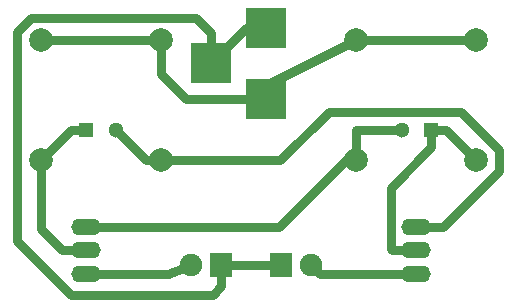
<source format=gbr>
G04 #@! TF.FileFunction,Copper,L2,Bot,Signal*
%FSLAX46Y46*%
G04 Gerber Fmt 4.6, Leading zero omitted, Abs format (unit mm)*
G04 Created by KiCad (PCBNEW 4.0.4+e1-6308~48~ubuntu14.04.1-stable) date Wed Sep 28 15:35:27 2016*
%MOMM*%
%LPD*%
G01*
G04 APERTURE LIST*
%ADD10C,0.100000*%
%ADD11R,3.500120X3.500120*%
%ADD12R,1.900000X2.000000*%
%ADD13C,1.900000*%
%ADD14O,2.500000X1.400000*%
%ADD15R,1.300000X1.300000*%
%ADD16C,1.300000*%
%ADD17C,1.998980*%
%ADD18C,0.787400*%
%ADD19C,0.800100*%
G04 APERTURE END LIST*
D10*
D11*
X101600000Y-69700140D03*
X101600000Y-63700660D03*
X96901000Y-66700400D03*
D12*
X97790000Y-83820000D03*
D13*
X95250000Y-83820000D03*
D12*
X102870000Y-83820000D03*
D13*
X105410000Y-83820000D03*
D14*
X86360000Y-82550000D03*
X86360000Y-80550000D03*
X86360000Y-84550000D03*
X114300000Y-82550000D03*
X114300000Y-80550000D03*
X114300000Y-84550000D03*
D15*
X86360000Y-72390000D03*
D16*
X88860000Y-72390000D03*
D15*
X115570000Y-72390000D03*
D16*
X113070000Y-72390000D03*
D17*
X119380000Y-64770000D03*
X119380000Y-74930000D03*
X109220000Y-64770000D03*
X109220000Y-74930000D03*
X92710000Y-64770000D03*
X92710000Y-74930000D03*
X82550000Y-64770000D03*
X82550000Y-74930000D03*
D18*
X92710000Y-74930000D02*
X91400000Y-74930000D01*
X91400000Y-74930000D02*
X88860000Y-72390000D01*
X114300000Y-80550000D02*
X116573764Y-80550000D01*
X118102063Y-70838299D02*
X106855023Y-70838299D01*
X116573764Y-80550000D02*
X121281191Y-75842573D01*
X121281191Y-75842573D02*
X121281191Y-74017427D01*
X121281191Y-74017427D02*
X118102063Y-70838299D01*
X106855023Y-70838299D02*
X102763322Y-74930000D01*
X102763322Y-74930000D02*
X94123492Y-74930000D01*
X94123492Y-74930000D02*
X92710000Y-74930000D01*
X82550000Y-74930000D02*
X82550000Y-80777400D01*
X82550000Y-80777400D02*
X84322600Y-82550000D01*
X84322600Y-82550000D02*
X86360000Y-82550000D01*
X86360000Y-72390000D02*
X85090000Y-72390000D01*
X85090000Y-72390000D02*
X82550000Y-74930000D01*
D19*
X85758571Y-82550000D02*
X86360000Y-82550000D01*
X87140100Y-80550000D02*
X86360000Y-80550000D01*
X102687236Y-80550000D02*
X87140100Y-80550000D01*
X109220000Y-74017236D02*
X102687236Y-80550000D01*
X109220000Y-72390000D02*
X109220000Y-74017236D01*
X109220000Y-72390000D02*
X113070000Y-72390000D01*
D18*
X115570000Y-72390000D02*
X116840000Y-72390000D01*
X116840000Y-72390000D02*
X119380000Y-74930000D01*
X115570000Y-72390000D02*
X115570000Y-73827400D01*
X115570000Y-73827400D02*
X112148290Y-77249110D01*
X112148290Y-77249110D02*
X112148290Y-82435690D01*
X112148290Y-82435690D02*
X112262600Y-82550000D01*
X112262600Y-82550000D02*
X114300000Y-82550000D01*
X97790000Y-85607400D02*
X97790000Y-83820000D01*
X97067890Y-86329510D02*
X97790000Y-85607400D01*
X85072903Y-86329510D02*
X97067890Y-86329510D01*
X96901000Y-66700400D02*
X96901000Y-64162940D01*
X80471009Y-64035227D02*
X80471009Y-81727616D01*
X96901000Y-64162940D02*
X95606869Y-62868809D01*
X80471009Y-81727616D02*
X85072903Y-86329510D01*
X81637427Y-62868809D02*
X80471009Y-64035227D01*
X95606869Y-62868809D02*
X81637427Y-62868809D01*
X97790000Y-83820000D02*
X102870000Y-83820000D01*
X101600000Y-63700660D02*
X99900740Y-63700660D01*
X99900740Y-63700660D02*
X96901000Y-66700400D01*
D19*
X86360000Y-84550000D02*
X93250000Y-84550000D01*
X93250000Y-84550000D02*
X95250000Y-83820000D01*
X114300000Y-84550000D02*
X106140000Y-84550000D01*
X106140000Y-84550000D02*
X105410000Y-83820000D01*
D18*
X92710000Y-67632582D02*
X92710000Y-64770000D01*
X94777558Y-69700140D02*
X92710000Y-67632582D01*
X101600000Y-69700140D02*
X94777558Y-69700140D01*
D19*
X109220000Y-64770000D02*
X101600000Y-68580000D01*
X101600000Y-68580000D02*
X101600000Y-69700140D01*
X92710000Y-64770000D02*
X82550000Y-64770000D01*
X119380000Y-64770000D02*
X109220000Y-64770000D01*
M02*

</source>
